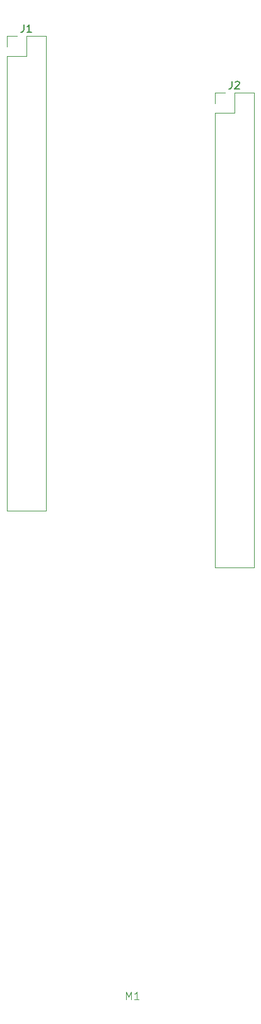
<source format=gto>
G04 #@! TF.GenerationSoftware,KiCad,Pcbnew,9.0.1+1*
G04 #@! TF.CreationDate,2025-11-12T15:35:08+00:00*
G04 #@! TF.ProjectId,te0725-carrier,74653037-3235-42d6-9361-72726965722e,rev?*
G04 #@! TF.SameCoordinates,Original*
G04 #@! TF.FileFunction,Legend,Top*
G04 #@! TF.FilePolarity,Positive*
%FSLAX46Y46*%
G04 Gerber Fmt 4.6, Leading zero omitted, Abs format (unit mm)*
G04 Created by KiCad (PCBNEW 9.0.1+1) date 2025-11-12 15:35:08*
%MOMM*%
%LPD*%
G01*
G04 APERTURE LIST*
%ADD10C,0.100000*%
%ADD11C,0.150000*%
%ADD12C,0.120000*%
%ADD13R,2.540000X2.000000*%
%ADD14R,1.700000X1.700000*%
%ADD15C,1.700000*%
G04 APERTURE END LIST*
D10*
X64690476Y-177947419D02*
X64690476Y-176947419D01*
X64690476Y-176947419D02*
X65023809Y-177661704D01*
X65023809Y-177661704D02*
X65357142Y-176947419D01*
X65357142Y-176947419D02*
X65357142Y-177947419D01*
X66357142Y-177947419D02*
X65785714Y-177947419D01*
X66071428Y-177947419D02*
X66071428Y-176947419D01*
X66071428Y-176947419D02*
X65976190Y-177090276D01*
X65976190Y-177090276D02*
X65880952Y-177185514D01*
X65880952Y-177185514D02*
X65785714Y-177233133D01*
D11*
X50936666Y-47074819D02*
X50936666Y-47789104D01*
X50936666Y-47789104D02*
X50889047Y-47931961D01*
X50889047Y-47931961D02*
X50793809Y-48027200D01*
X50793809Y-48027200D02*
X50650952Y-48074819D01*
X50650952Y-48074819D02*
X50555714Y-48074819D01*
X51936666Y-48074819D02*
X51365238Y-48074819D01*
X51650952Y-48074819D02*
X51650952Y-47074819D01*
X51650952Y-47074819D02*
X51555714Y-47217676D01*
X51555714Y-47217676D02*
X51460476Y-47312914D01*
X51460476Y-47312914D02*
X51365238Y-47360533D01*
X78876666Y-54694819D02*
X78876666Y-55409104D01*
X78876666Y-55409104D02*
X78829047Y-55551961D01*
X78829047Y-55551961D02*
X78733809Y-55647200D01*
X78733809Y-55647200D02*
X78590952Y-55694819D01*
X78590952Y-55694819D02*
X78495714Y-55694819D01*
X79305238Y-54790057D02*
X79352857Y-54742438D01*
X79352857Y-54742438D02*
X79448095Y-54694819D01*
X79448095Y-54694819D02*
X79686190Y-54694819D01*
X79686190Y-54694819D02*
X79781428Y-54742438D01*
X79781428Y-54742438D02*
X79829047Y-54790057D01*
X79829047Y-54790057D02*
X79876666Y-54885295D01*
X79876666Y-54885295D02*
X79876666Y-54980533D01*
X79876666Y-54980533D02*
X79829047Y-55123390D01*
X79829047Y-55123390D02*
X79257619Y-55694819D01*
X79257619Y-55694819D02*
X79876666Y-55694819D01*
D12*
X48620000Y-48620000D02*
X50000000Y-48620000D01*
X48620000Y-50000000D02*
X48620000Y-48620000D01*
X48620000Y-51270000D02*
X48620000Y-112340000D01*
X48620000Y-51270000D02*
X51270000Y-51270000D01*
X48620000Y-112340000D02*
X53920000Y-112340000D01*
X51270000Y-48620000D02*
X53920000Y-48620000D01*
X51270000Y-51270000D02*
X51270000Y-48620000D01*
X53920000Y-48620000D02*
X53920000Y-112340000D01*
X76560000Y-56240000D02*
X77940000Y-56240000D01*
X76560000Y-57620000D02*
X76560000Y-56240000D01*
X76560000Y-58890000D02*
X76560000Y-119960000D01*
X76560000Y-58890000D02*
X79210000Y-58890000D01*
X76560000Y-119960000D02*
X81860000Y-119960000D01*
X79210000Y-56240000D02*
X81860000Y-56240000D01*
X79210000Y-58890000D02*
X79210000Y-56240000D01*
X81860000Y-56240000D02*
X81860000Y-119960000D01*
%LPC*%
D13*
X44500000Y-44680000D03*
X44500000Y-49760000D03*
X44500000Y-52300000D03*
X44500000Y-54840000D03*
X44500000Y-57380000D03*
X44500000Y-59920000D03*
X44500000Y-62460000D03*
X44500000Y-65000000D03*
X44500000Y-67540000D03*
X44500000Y-70080000D03*
X44500000Y-72620000D03*
X44500000Y-75160000D03*
X44500000Y-77700000D03*
X44500000Y-80240000D03*
X44500000Y-82780000D03*
X44500000Y-85320000D03*
X44500000Y-87860000D03*
X44500000Y-90400000D03*
X44500000Y-92940000D03*
X44500000Y-95480000D03*
X44500000Y-98020000D03*
X44500000Y-100560000D03*
X44500000Y-103100000D03*
X44500000Y-105640000D03*
X44500000Y-108180000D03*
X44500000Y-110720000D03*
X44500000Y-113260000D03*
X44500000Y-115800000D03*
X44500000Y-118340000D03*
X44500000Y-120880000D03*
X44500000Y-123420000D03*
X44500000Y-125960000D03*
X44500000Y-128500000D03*
X44500000Y-131040000D03*
X44500000Y-133580000D03*
X44500000Y-136120000D03*
X44500000Y-138660000D03*
X44500000Y-141200000D03*
X44500000Y-143740000D03*
X44500000Y-146280000D03*
X44500000Y-148820000D03*
X44500000Y-151360000D03*
X44500000Y-153900000D03*
X44500000Y-156440000D03*
X44500000Y-158980000D03*
X44500000Y-161520000D03*
X44500000Y-164060000D03*
X44500000Y-166600000D03*
X44500000Y-169140000D03*
X44500000Y-171680000D03*
X44500000Y-174220000D03*
X86500000Y-44680000D03*
X86500000Y-47220000D03*
X86500000Y-49760000D03*
X86500000Y-52300000D03*
X86500000Y-54840000D03*
X86500000Y-57380000D03*
X86500000Y-59920000D03*
X86500000Y-62460000D03*
X86500000Y-65000000D03*
X86500000Y-67540000D03*
X86500000Y-70080000D03*
X86500000Y-72620000D03*
X86500000Y-75160000D03*
X86500000Y-77700000D03*
X86500000Y-80240000D03*
X86500000Y-82780000D03*
X86500000Y-85320000D03*
X86500000Y-87860000D03*
X86500000Y-90400000D03*
X86500000Y-92940000D03*
X86500000Y-95480000D03*
X86500000Y-98020000D03*
X86500000Y-100560000D03*
X86500000Y-103100000D03*
X86500000Y-105640000D03*
X86500000Y-108180000D03*
X86500000Y-110720000D03*
X86500000Y-113260000D03*
X86500000Y-115800000D03*
X86500000Y-118340000D03*
X86500000Y-120880000D03*
X86500000Y-123420000D03*
X86500000Y-125960000D03*
X86500000Y-128500000D03*
X86500000Y-131040000D03*
X86500000Y-133580000D03*
X86500000Y-136120000D03*
X86500000Y-138660000D03*
X86500000Y-141200000D03*
X86500000Y-143740000D03*
X86500000Y-146280000D03*
X86500000Y-148820000D03*
X86500000Y-151360000D03*
X86500000Y-153900000D03*
X86500000Y-156440000D03*
X86500000Y-158980000D03*
X86500000Y-161520000D03*
X86500000Y-164060000D03*
X86500000Y-166600000D03*
X86500000Y-169140000D03*
X86500000Y-171680000D03*
X86500000Y-174220000D03*
D14*
X50000000Y-50000000D03*
D15*
X52540000Y-50000000D03*
X50000000Y-52540000D03*
X52540000Y-52540000D03*
X50000000Y-55080000D03*
X52540000Y-55080000D03*
X50000000Y-57620000D03*
X52540000Y-57620000D03*
X50000000Y-60160000D03*
X52540000Y-60160000D03*
X50000000Y-62700000D03*
X52540000Y-62700000D03*
X50000000Y-65240000D03*
X52540000Y-65240000D03*
X50000000Y-67780000D03*
X52540000Y-67780000D03*
X50000000Y-70320000D03*
X52540000Y-70320000D03*
X50000000Y-72860000D03*
X52540000Y-72860000D03*
X50000000Y-75400000D03*
X52540000Y-75400000D03*
X50000000Y-77940000D03*
X52540000Y-77940000D03*
X50000000Y-80480000D03*
X52540000Y-80480000D03*
X50000000Y-83020000D03*
X52540000Y-83020000D03*
X50000000Y-85560000D03*
X52540000Y-85560000D03*
X50000000Y-88100000D03*
X52540000Y-88100000D03*
X50000000Y-90640000D03*
X52540000Y-90640000D03*
X50000000Y-93180000D03*
X52540000Y-93180000D03*
X50000000Y-95720000D03*
X52540000Y-95720000D03*
X50000000Y-98260000D03*
X52540000Y-98260000D03*
X50000000Y-100800000D03*
X52540000Y-100800000D03*
X50000000Y-103340000D03*
X52540000Y-103340000D03*
X50000000Y-105880000D03*
X52540000Y-105880000D03*
X50000000Y-108420000D03*
X52540000Y-108420000D03*
X50000000Y-110960000D03*
X52540000Y-110960000D03*
D14*
X77940000Y-57620000D03*
D15*
X80480000Y-57620000D03*
X77940000Y-60160000D03*
X80480000Y-60160000D03*
X77940000Y-62700000D03*
X80480000Y-62700000D03*
X77940000Y-65240000D03*
X80480000Y-65240000D03*
X77940000Y-67780000D03*
X80480000Y-67780000D03*
X77940000Y-70320000D03*
X80480000Y-70320000D03*
X77940000Y-72860000D03*
X80480000Y-72860000D03*
X77940000Y-75400000D03*
X80480000Y-75400000D03*
X77940000Y-77940000D03*
X80480000Y-77940000D03*
X77940000Y-80480000D03*
X80480000Y-80480000D03*
X77940000Y-83020000D03*
X80480000Y-83020000D03*
X77940000Y-85560000D03*
X80480000Y-85560000D03*
X77940000Y-88100000D03*
X80480000Y-88100000D03*
X77940000Y-90640000D03*
X80480000Y-90640000D03*
X77940000Y-93180000D03*
X80480000Y-93180000D03*
X77940000Y-95720000D03*
X80480000Y-95720000D03*
X77940000Y-98260000D03*
X80480000Y-98260000D03*
X77940000Y-100800000D03*
X80480000Y-100800000D03*
X77940000Y-103340000D03*
X80480000Y-103340000D03*
X77940000Y-105880000D03*
X80480000Y-105880000D03*
X77940000Y-108420000D03*
X80480000Y-108420000D03*
X77940000Y-110960000D03*
X80480000Y-110960000D03*
X77940000Y-113500000D03*
X80480000Y-113500000D03*
X77940000Y-116040000D03*
X80480000Y-116040000D03*
X77940000Y-118580000D03*
X80480000Y-118580000D03*
%LPD*%
M02*

</source>
